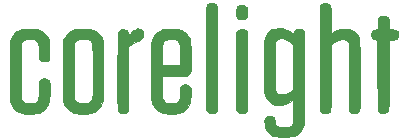
<source format=gbr>
%TF.GenerationSoftware,KiCad,Pcbnew,(6.0.7)*%
%TF.CreationDate,2022-09-05T18:42:41-05:00*%
%TF.ProjectId,Corelight SAO,436f7265-6c69-4676-9874-2053414f2e6b,rev?*%
%TF.SameCoordinates,Original*%
%TF.FileFunction,Legend,Top*%
%TF.FilePolarity,Positive*%
%FSLAX46Y46*%
G04 Gerber Fmt 4.6, Leading zero omitted, Abs format (unit mm)*
G04 Created by KiCad (PCBNEW (6.0.7)) date 2022-09-05 18:42:41*
%MOMM*%
%LPD*%
G01*
G04 APERTURE LIST*
%ADD10C,0.010000*%
G04 APERTURE END LIST*
%TO.C,G\u002A\u002A\u002A*%
G36*
X147099262Y-99348615D02*
G01*
X147214107Y-99385763D01*
X147307519Y-99455175D01*
X147376754Y-99554199D01*
X147419065Y-99680180D01*
X147431705Y-99830466D01*
X147418999Y-99964070D01*
X147387727Y-100082656D01*
X147333918Y-100181550D01*
X147252988Y-100265114D01*
X147140354Y-100337710D01*
X146991434Y-100403700D01*
X146935808Y-100423980D01*
X146704526Y-100518442D01*
X146490003Y-100632502D01*
X146304686Y-100759526D01*
X146301763Y-100761836D01*
X146169471Y-100866666D01*
X146169471Y-103508129D01*
X146169493Y-103909283D01*
X146169492Y-104270301D01*
X146169369Y-104593381D01*
X146169026Y-104880720D01*
X146168362Y-105134514D01*
X146167280Y-105356963D01*
X146165679Y-105550262D01*
X146163461Y-105716610D01*
X146160526Y-105858203D01*
X146156776Y-105977240D01*
X146152111Y-106075917D01*
X146146432Y-106156432D01*
X146139641Y-106220982D01*
X146131638Y-106271764D01*
X146122323Y-106310977D01*
X146111598Y-106340816D01*
X146099364Y-106363481D01*
X146085521Y-106381167D01*
X146069971Y-106396073D01*
X146052615Y-106410396D01*
X146038024Y-106422352D01*
X145983644Y-106463136D01*
X145934252Y-106492395D01*
X145925870Y-106496012D01*
X145867247Y-106510346D01*
X145784887Y-106521426D01*
X145697356Y-106527640D01*
X145623218Y-106527375D01*
X145597971Y-106524497D01*
X145466313Y-106485954D01*
X145368255Y-106423504D01*
X145300671Y-106334294D01*
X145260702Y-106216757D01*
X145257243Y-106184609D01*
X145254148Y-106122644D01*
X145251411Y-106029868D01*
X145249027Y-105905287D01*
X145246991Y-105747908D01*
X145245297Y-105556738D01*
X145243941Y-105330783D01*
X145242916Y-105069049D01*
X145242218Y-104770542D01*
X145241842Y-104434270D01*
X145241781Y-104059239D01*
X145242031Y-103644454D01*
X145242587Y-103188923D01*
X145243061Y-102897609D01*
X145243847Y-102465521D01*
X145244623Y-102073755D01*
X145245415Y-101720297D01*
X145246248Y-101403134D01*
X145247148Y-101120253D01*
X145248142Y-100869643D01*
X145249255Y-100649290D01*
X145250512Y-100457181D01*
X145251941Y-100291305D01*
X145253565Y-100149648D01*
X145255411Y-100030197D01*
X145257506Y-99930941D01*
X145259874Y-99849865D01*
X145262542Y-99784959D01*
X145265535Y-99734208D01*
X145268879Y-99695601D01*
X145272600Y-99667124D01*
X145276723Y-99646765D01*
X145281276Y-99632512D01*
X145285003Y-99624588D01*
X145361044Y-99527630D01*
X145464557Y-99459239D01*
X145590600Y-99420752D01*
X145734231Y-99413507D01*
X145890508Y-99438840D01*
X145929950Y-99450102D01*
X146014238Y-99496342D01*
X146088531Y-99574584D01*
X146144726Y-99674536D01*
X146169458Y-99754297D01*
X146194476Y-99874807D01*
X146350815Y-99715397D01*
X146477974Y-99592953D01*
X146591061Y-99500901D01*
X146698075Y-99433506D01*
X146807012Y-99385036D01*
X146816264Y-99381729D01*
X146965733Y-99346386D01*
X147099262Y-99348615D01*
G37*
D10*
X147099262Y-99348615D02*
X147214107Y-99385763D01*
X147307519Y-99455175D01*
X147376754Y-99554199D01*
X147419065Y-99680180D01*
X147431705Y-99830466D01*
X147418999Y-99964070D01*
X147387727Y-100082656D01*
X147333918Y-100181550D01*
X147252988Y-100265114D01*
X147140354Y-100337710D01*
X146991434Y-100403700D01*
X146935808Y-100423980D01*
X146704526Y-100518442D01*
X146490003Y-100632502D01*
X146304686Y-100759526D01*
X146301763Y-100761836D01*
X146169471Y-100866666D01*
X146169471Y-103508129D01*
X146169493Y-103909283D01*
X146169492Y-104270301D01*
X146169369Y-104593381D01*
X146169026Y-104880720D01*
X146168362Y-105134514D01*
X146167280Y-105356963D01*
X146165679Y-105550262D01*
X146163461Y-105716610D01*
X146160526Y-105858203D01*
X146156776Y-105977240D01*
X146152111Y-106075917D01*
X146146432Y-106156432D01*
X146139641Y-106220982D01*
X146131638Y-106271764D01*
X146122323Y-106310977D01*
X146111598Y-106340816D01*
X146099364Y-106363481D01*
X146085521Y-106381167D01*
X146069971Y-106396073D01*
X146052615Y-106410396D01*
X146038024Y-106422352D01*
X145983644Y-106463136D01*
X145934252Y-106492395D01*
X145925870Y-106496012D01*
X145867247Y-106510346D01*
X145784887Y-106521426D01*
X145697356Y-106527640D01*
X145623218Y-106527375D01*
X145597971Y-106524497D01*
X145466313Y-106485954D01*
X145368255Y-106423504D01*
X145300671Y-106334294D01*
X145260702Y-106216757D01*
X145257243Y-106184609D01*
X145254148Y-106122644D01*
X145251411Y-106029868D01*
X145249027Y-105905287D01*
X145246991Y-105747908D01*
X145245297Y-105556738D01*
X145243941Y-105330783D01*
X145242916Y-105069049D01*
X145242218Y-104770542D01*
X145241842Y-104434270D01*
X145241781Y-104059239D01*
X145242031Y-103644454D01*
X145242587Y-103188923D01*
X145243061Y-102897609D01*
X145243847Y-102465521D01*
X145244623Y-102073755D01*
X145245415Y-101720297D01*
X145246248Y-101403134D01*
X145247148Y-101120253D01*
X145248142Y-100869643D01*
X145249255Y-100649290D01*
X145250512Y-100457181D01*
X145251941Y-100291305D01*
X145253565Y-100149648D01*
X145255411Y-100030197D01*
X145257506Y-99930941D01*
X145259874Y-99849865D01*
X145262542Y-99784959D01*
X145265535Y-99734208D01*
X145268879Y-99695601D01*
X145272600Y-99667124D01*
X145276723Y-99646765D01*
X145281276Y-99632512D01*
X145285003Y-99624588D01*
X145361044Y-99527630D01*
X145464557Y-99459239D01*
X145590600Y-99420752D01*
X145734231Y-99413507D01*
X145890508Y-99438840D01*
X145929950Y-99450102D01*
X146014238Y-99496342D01*
X146088531Y-99574584D01*
X146144726Y-99674536D01*
X146169458Y-99754297D01*
X146194476Y-99874807D01*
X146350815Y-99715397D01*
X146477974Y-99592953D01*
X146591061Y-99500901D01*
X146698075Y-99433506D01*
X146807012Y-99385036D01*
X146816264Y-99381729D01*
X146965733Y-99346386D01*
X147099262Y-99348615D01*
G36*
X167876131Y-98260310D02*
G01*
X167981764Y-98287823D01*
X168062470Y-98338015D01*
X168125519Y-98414565D01*
X168151123Y-98460700D01*
X168169061Y-98498367D01*
X168182403Y-98533809D01*
X168191827Y-98573890D01*
X168198013Y-98625472D01*
X168201640Y-98695418D01*
X168203387Y-98790588D01*
X168203935Y-98917847D01*
X168203971Y-98994485D01*
X168203971Y-99422216D01*
X168495013Y-99429537D01*
X168617943Y-99433523D01*
X168706877Y-99439060D01*
X168770153Y-99447291D01*
X168816105Y-99459354D01*
X168853071Y-99476391D01*
X168857925Y-99479192D01*
X168930177Y-99529659D01*
X168978338Y-99586548D01*
X169007286Y-99659917D01*
X169021897Y-99759823D01*
X169025414Y-99824667D01*
X169027126Y-99920917D01*
X169022683Y-99988911D01*
X169009974Y-100042529D01*
X168986890Y-100095653D01*
X168983080Y-100103124D01*
X168944956Y-100167354D01*
X168901741Y-100214706D01*
X168846374Y-100247897D01*
X168771794Y-100269643D01*
X168670940Y-100282660D01*
X168536751Y-100289663D01*
X168495013Y-100290847D01*
X168203971Y-100298168D01*
X168203971Y-103223951D01*
X168204007Y-103644441D01*
X168204054Y-104024695D01*
X168204021Y-104366808D01*
X168203816Y-104672876D01*
X168203348Y-104944996D01*
X168202526Y-105185263D01*
X168201258Y-105395775D01*
X168199454Y-105578628D01*
X168197021Y-105735917D01*
X168193869Y-105869739D01*
X168189905Y-105982189D01*
X168185040Y-106075366D01*
X168179181Y-106151363D01*
X168172238Y-106212279D01*
X168164118Y-106260208D01*
X168154730Y-106297248D01*
X168143984Y-106325494D01*
X168131788Y-106347043D01*
X168118050Y-106363991D01*
X168102680Y-106378434D01*
X168085585Y-106392468D01*
X168066675Y-106408190D01*
X168065193Y-106409485D01*
X168000126Y-106455274D01*
X167928896Y-106489707D01*
X167913508Y-106494669D01*
X167809277Y-106512044D01*
X167690875Y-106514293D01*
X167578768Y-106501854D01*
X167519339Y-106486234D01*
X167406670Y-106424211D01*
X167318110Y-106329166D01*
X167297085Y-106294859D01*
X167292175Y-106283453D01*
X167287730Y-106266521D01*
X167283721Y-106241981D01*
X167280121Y-106207749D01*
X167276901Y-106161740D01*
X167274033Y-106101871D01*
X167271491Y-106026059D01*
X167269245Y-105932220D01*
X167267267Y-105818271D01*
X167265531Y-105682127D01*
X167264007Y-105521705D01*
X167262668Y-105334922D01*
X167261486Y-105119694D01*
X167260434Y-104873937D01*
X167259482Y-104595567D01*
X167258603Y-104282502D01*
X167257769Y-103932657D01*
X167256952Y-103543949D01*
X167256404Y-103262734D01*
X167250754Y-100294109D01*
X167161154Y-100293990D01*
X167018982Y-100276577D01*
X166902362Y-100226504D01*
X166813484Y-100146416D01*
X166754537Y-100038956D01*
X166727709Y-99906769D01*
X166731951Y-99775695D01*
X166763622Y-99648477D01*
X166823903Y-99551381D01*
X166914181Y-99483193D01*
X167035842Y-99442698D01*
X167125040Y-99431148D01*
X167270349Y-99420751D01*
X167276785Y-98973721D01*
X167280036Y-98803147D01*
X167285345Y-98669209D01*
X167294287Y-98566217D01*
X167308435Y-98488475D01*
X167329364Y-98430291D01*
X167358649Y-98385973D01*
X167397864Y-98349826D01*
X167448582Y-98316158D01*
X167460600Y-98309012D01*
X167515530Y-98279844D01*
X167567076Y-98262552D01*
X167629529Y-98254190D01*
X167717181Y-98251815D01*
X167738305Y-98251798D01*
X167876131Y-98260310D01*
G37*
X167876131Y-98260310D02*
X167981764Y-98287823D01*
X168062470Y-98338015D01*
X168125519Y-98414565D01*
X168151123Y-98460700D01*
X168169061Y-98498367D01*
X168182403Y-98533809D01*
X168191827Y-98573890D01*
X168198013Y-98625472D01*
X168201640Y-98695418D01*
X168203387Y-98790588D01*
X168203935Y-98917847D01*
X168203971Y-98994485D01*
X168203971Y-99422216D01*
X168495013Y-99429537D01*
X168617943Y-99433523D01*
X168706877Y-99439060D01*
X168770153Y-99447291D01*
X168816105Y-99459354D01*
X168853071Y-99476391D01*
X168857925Y-99479192D01*
X168930177Y-99529659D01*
X168978338Y-99586548D01*
X169007286Y-99659917D01*
X169021897Y-99759823D01*
X169025414Y-99824667D01*
X169027126Y-99920917D01*
X169022683Y-99988911D01*
X169009974Y-100042529D01*
X168986890Y-100095653D01*
X168983080Y-100103124D01*
X168944956Y-100167354D01*
X168901741Y-100214706D01*
X168846374Y-100247897D01*
X168771794Y-100269643D01*
X168670940Y-100282660D01*
X168536751Y-100289663D01*
X168495013Y-100290847D01*
X168203971Y-100298168D01*
X168203971Y-103223951D01*
X168204007Y-103644441D01*
X168204054Y-104024695D01*
X168204021Y-104366808D01*
X168203816Y-104672876D01*
X168203348Y-104944996D01*
X168202526Y-105185263D01*
X168201258Y-105395775D01*
X168199454Y-105578628D01*
X168197021Y-105735917D01*
X168193869Y-105869739D01*
X168189905Y-105982189D01*
X168185040Y-106075366D01*
X168179181Y-106151363D01*
X168172238Y-106212279D01*
X168164118Y-106260208D01*
X168154730Y-106297248D01*
X168143984Y-106325494D01*
X168131788Y-106347043D01*
X168118050Y-106363991D01*
X168102680Y-106378434D01*
X168085585Y-106392468D01*
X168066675Y-106408190D01*
X168065193Y-106409485D01*
X168000126Y-106455274D01*
X167928896Y-106489707D01*
X167913508Y-106494669D01*
X167809277Y-106512044D01*
X167690875Y-106514293D01*
X167578768Y-106501854D01*
X167519339Y-106486234D01*
X167406670Y-106424211D01*
X167318110Y-106329166D01*
X167297085Y-106294859D01*
X167292175Y-106283453D01*
X167287730Y-106266521D01*
X167283721Y-106241981D01*
X167280121Y-106207749D01*
X167276901Y-106161740D01*
X167274033Y-106101871D01*
X167271491Y-106026059D01*
X167269245Y-105932220D01*
X167267267Y-105818271D01*
X167265531Y-105682127D01*
X167264007Y-105521705D01*
X167262668Y-105334922D01*
X167261486Y-105119694D01*
X167260434Y-104873937D01*
X167259482Y-104595567D01*
X167258603Y-104282502D01*
X167257769Y-103932657D01*
X167256952Y-103543949D01*
X167256404Y-103262734D01*
X167250754Y-100294109D01*
X167161154Y-100293990D01*
X167018982Y-100276577D01*
X166902362Y-100226504D01*
X166813484Y-100146416D01*
X166754537Y-100038956D01*
X166727709Y-99906769D01*
X166731951Y-99775695D01*
X166763622Y-99648477D01*
X166823903Y-99551381D01*
X166914181Y-99483193D01*
X167035842Y-99442698D01*
X167125040Y-99431148D01*
X167270349Y-99420751D01*
X167276785Y-98973721D01*
X167280036Y-98803147D01*
X167285345Y-98669209D01*
X167294287Y-98566217D01*
X167308435Y-98488475D01*
X167329364Y-98430291D01*
X167358649Y-98385973D01*
X167397864Y-98349826D01*
X167448582Y-98316158D01*
X167460600Y-98309012D01*
X167515530Y-98279844D01*
X167567076Y-98262552D01*
X167629529Y-98254190D01*
X167717181Y-98251815D01*
X167738305Y-98251798D01*
X167876131Y-98260310D01*
G36*
X155875098Y-99410868D02*
G01*
X155973249Y-99429492D01*
X156049471Y-99463996D01*
X156112153Y-99516027D01*
X156128520Y-99532124D01*
X156143356Y-99546207D01*
X156156741Y-99560319D01*
X156168754Y-99576506D01*
X156179471Y-99596813D01*
X156188972Y-99623284D01*
X156197335Y-99657964D01*
X156204638Y-99702898D01*
X156210960Y-99760132D01*
X156216379Y-99831709D01*
X156220972Y-99919676D01*
X156224819Y-100026076D01*
X156227998Y-100152955D01*
X156230587Y-100302357D01*
X156232664Y-100476329D01*
X156234307Y-100676913D01*
X156235596Y-100906156D01*
X156236607Y-101166102D01*
X156237420Y-101458796D01*
X156238113Y-101786283D01*
X156238765Y-102150608D01*
X156239452Y-102553816D01*
X156239986Y-102854509D01*
X156240626Y-103278565D01*
X156240952Y-103680041D01*
X156240974Y-104057306D01*
X156240698Y-104408729D01*
X156240131Y-104732678D01*
X156239280Y-105027522D01*
X156238152Y-105291630D01*
X156236755Y-105523371D01*
X156235095Y-105721112D01*
X156233180Y-105883223D01*
X156231017Y-106008072D01*
X156228612Y-106094028D01*
X156225973Y-106139459D01*
X156225673Y-106141880D01*
X156192019Y-106278370D01*
X156132584Y-106382628D01*
X156045882Y-106457093D01*
X156026752Y-106467788D01*
X155953112Y-106492164D01*
X155853786Y-106506917D01*
X155744456Y-106511421D01*
X155640801Y-106505048D01*
X155558504Y-106487171D01*
X155556888Y-106486583D01*
X155450847Y-106425895D01*
X155370141Y-106334304D01*
X155320127Y-106218231D01*
X155315126Y-106196836D01*
X155311646Y-106165380D01*
X155308531Y-106105631D01*
X155305774Y-106016492D01*
X155303370Y-105896866D01*
X155301312Y-105745653D01*
X155299596Y-105561758D01*
X155298214Y-105344081D01*
X155297161Y-105091527D01*
X155296431Y-104802996D01*
X155296018Y-104477392D01*
X155295916Y-104113617D01*
X155296119Y-103710573D01*
X155296622Y-103267162D01*
X155297228Y-102887025D01*
X155302888Y-99690859D01*
X155355805Y-99597095D01*
X155427020Y-99504968D01*
X155521139Y-99443785D01*
X155642153Y-99411580D01*
X155745425Y-99405227D01*
X155875098Y-99410868D01*
G37*
X155875098Y-99410868D02*
X155973249Y-99429492D01*
X156049471Y-99463996D01*
X156112153Y-99516027D01*
X156128520Y-99532124D01*
X156143356Y-99546207D01*
X156156741Y-99560319D01*
X156168754Y-99576506D01*
X156179471Y-99596813D01*
X156188972Y-99623284D01*
X156197335Y-99657964D01*
X156204638Y-99702898D01*
X156210960Y-99760132D01*
X156216379Y-99831709D01*
X156220972Y-99919676D01*
X156224819Y-100026076D01*
X156227998Y-100152955D01*
X156230587Y-100302357D01*
X156232664Y-100476329D01*
X156234307Y-100676913D01*
X156235596Y-100906156D01*
X156236607Y-101166102D01*
X156237420Y-101458796D01*
X156238113Y-101786283D01*
X156238765Y-102150608D01*
X156239452Y-102553816D01*
X156239986Y-102854509D01*
X156240626Y-103278565D01*
X156240952Y-103680041D01*
X156240974Y-104057306D01*
X156240698Y-104408729D01*
X156240131Y-104732678D01*
X156239280Y-105027522D01*
X156238152Y-105291630D01*
X156236755Y-105523371D01*
X156235095Y-105721112D01*
X156233180Y-105883223D01*
X156231017Y-106008072D01*
X156228612Y-106094028D01*
X156225973Y-106139459D01*
X156225673Y-106141880D01*
X156192019Y-106278370D01*
X156132584Y-106382628D01*
X156045882Y-106457093D01*
X156026752Y-106467788D01*
X155953112Y-106492164D01*
X155853786Y-106506917D01*
X155744456Y-106511421D01*
X155640801Y-106505048D01*
X155558504Y-106487171D01*
X155556888Y-106486583D01*
X155450847Y-106425895D01*
X155370141Y-106334304D01*
X155320127Y-106218231D01*
X155315126Y-106196836D01*
X155311646Y-106165380D01*
X155308531Y-106105631D01*
X155305774Y-106016492D01*
X155303370Y-105896866D01*
X155301312Y-105745653D01*
X155299596Y-105561758D01*
X155298214Y-105344081D01*
X155297161Y-105091527D01*
X155296431Y-104802996D01*
X155296018Y-104477392D01*
X155295916Y-104113617D01*
X155296119Y-103710573D01*
X155296622Y-103267162D01*
X155297228Y-102887025D01*
X155302888Y-99690859D01*
X155355805Y-99597095D01*
X155427020Y-99504968D01*
X155521139Y-99443785D01*
X155642153Y-99411580D01*
X155745425Y-99405227D01*
X155875098Y-99410868D01*
G36*
X157673583Y-102201862D02*
G01*
X157673697Y-101884575D01*
X157673939Y-101604542D01*
X157674352Y-101359222D01*
X157674977Y-101146076D01*
X157675858Y-100962563D01*
X157677036Y-100806144D01*
X157678555Y-100674279D01*
X157680456Y-100564428D01*
X157682783Y-100474050D01*
X157685577Y-100400607D01*
X157688881Y-100341558D01*
X157692738Y-100294363D01*
X157697190Y-100256482D01*
X157702279Y-100225375D01*
X157708048Y-100198502D01*
X157713356Y-100177692D01*
X157788303Y-99963062D01*
X157889633Y-99780545D01*
X158018145Y-99629553D01*
X158174639Y-99509498D01*
X158359912Y-99419791D01*
X158574766Y-99359843D01*
X158819997Y-99329067D01*
X158869471Y-99326495D01*
X158994548Y-99322744D01*
X159091819Y-99324119D01*
X159175615Y-99331707D01*
X159260270Y-99346597D01*
X159323698Y-99360983D01*
X159560466Y-99435763D01*
X159787653Y-99545584D01*
X159977336Y-99667936D01*
X160139471Y-99784263D01*
X160139471Y-99726171D01*
X160157918Y-99633685D01*
X160207276Y-99541119D01*
X160278575Y-99462582D01*
X160329479Y-99427334D01*
X160388762Y-99399369D01*
X160449006Y-99383442D01*
X160525596Y-99376544D01*
X160594555Y-99375475D01*
X160739984Y-99386988D01*
X160853453Y-99422770D01*
X160938920Y-99484681D01*
X160994949Y-99563859D01*
X161039055Y-99648525D01*
X161044888Y-103299775D01*
X161045621Y-103786851D01*
X161046174Y-104233491D01*
X161046518Y-104641593D01*
X161046622Y-105013054D01*
X161046455Y-105349772D01*
X161045987Y-105653645D01*
X161045186Y-105926568D01*
X161044023Y-106170441D01*
X161042466Y-106387161D01*
X161040484Y-106578625D01*
X161038048Y-106746730D01*
X161035126Y-106893374D01*
X161031688Y-107020455D01*
X161027703Y-107129869D01*
X161023140Y-107223515D01*
X161017969Y-107303290D01*
X161012158Y-107371091D01*
X161005679Y-107428815D01*
X160998498Y-107478361D01*
X160990587Y-107521626D01*
X160981914Y-107560506D01*
X160975596Y-107585294D01*
X160904915Y-107780148D01*
X160802699Y-107961520D01*
X160674567Y-108122074D01*
X160526140Y-108254478D01*
X160403904Y-108331407D01*
X160315379Y-108375829D01*
X160233593Y-108411394D01*
X160152203Y-108439138D01*
X160064863Y-108460092D01*
X159965229Y-108475290D01*
X159846958Y-108485768D01*
X159703704Y-108492557D01*
X159529124Y-108496691D01*
X159377471Y-108498635D01*
X159175406Y-108499916D01*
X159011209Y-108499167D01*
X158880459Y-108496249D01*
X158778733Y-108491024D01*
X158701608Y-108483353D01*
X158657805Y-108476025D01*
X158447903Y-108419714D01*
X158270045Y-108342974D01*
X158117480Y-108242332D01*
X158008658Y-108141802D01*
X157893989Y-107998135D01*
X157806384Y-107836079D01*
X157743747Y-107650169D01*
X157703978Y-107434941D01*
X157692256Y-107317808D01*
X157685354Y-107173095D01*
X157690892Y-107061065D01*
X157710464Y-106973482D01*
X157745665Y-106902109D01*
X157781641Y-106856068D01*
X157869527Y-106787819D01*
X157979645Y-106745376D01*
X158101958Y-106728384D01*
X158226429Y-106736489D01*
X158343019Y-106769334D01*
X158441691Y-106826567D01*
X158494975Y-106881285D01*
X158518153Y-106923893D01*
X158534861Y-106985140D01*
X158547151Y-107074228D01*
X158553003Y-107141483D01*
X158569688Y-107286765D01*
X158597440Y-107397924D01*
X158640214Y-107482567D01*
X158701967Y-107548304D01*
X158786655Y-107602743D01*
X158795118Y-107607134D01*
X158919395Y-107670692D01*
X159344225Y-107670692D01*
X159489858Y-107670437D01*
X159600012Y-107669243D01*
X159681541Y-107666463D01*
X159741298Y-107661454D01*
X159786136Y-107653569D01*
X159822909Y-107642165D01*
X159858470Y-107626594D01*
X159869448Y-107621250D01*
X159937669Y-107579635D01*
X159995969Y-107530601D01*
X160014856Y-107508592D01*
X160038284Y-107473924D01*
X160057888Y-107438774D01*
X160074007Y-107399186D01*
X160086981Y-107351206D01*
X160097150Y-107290879D01*
X160104852Y-107214251D01*
X160110428Y-107117367D01*
X160114217Y-106996271D01*
X160116558Y-106847010D01*
X160117790Y-106665628D01*
X160118254Y-106448171D01*
X160118305Y-106303381D01*
X160118305Y-105355548D01*
X159917765Y-105489627D01*
X159677167Y-105632049D01*
X159440714Y-105733734D01*
X159204675Y-105795537D01*
X158965322Y-105818317D01*
X158718926Y-105802929D01*
X158622625Y-105787243D01*
X158403944Y-105726347D01*
X158210488Y-105631733D01*
X158043492Y-105504564D01*
X157904194Y-105346003D01*
X157793830Y-105157215D01*
X157713637Y-104939362D01*
X157710951Y-104929609D01*
X157704958Y-104905328D01*
X157699638Y-104877479D01*
X157694951Y-104843541D01*
X157690857Y-104800997D01*
X157687317Y-104747325D01*
X157684291Y-104680006D01*
X157681740Y-104596522D01*
X157680967Y-104559192D01*
X158583721Y-104559192D01*
X158647221Y-104686192D01*
X158688555Y-104761033D01*
X158729519Y-104810528D01*
X158784069Y-104849164D01*
X158825642Y-104871400D01*
X158960768Y-104917720D01*
X159117553Y-104933273D01*
X159288592Y-104918076D01*
X159466483Y-104872145D01*
X159472721Y-104869989D01*
X159649730Y-104794873D01*
X159826918Y-104691560D01*
X160012945Y-104554984D01*
X160017684Y-104551180D01*
X160139313Y-104453359D01*
X160139471Y-100718531D01*
X159969975Y-100574194D01*
X159769357Y-100418171D01*
X159579103Y-100301202D01*
X159396680Y-100222022D01*
X159219555Y-100179363D01*
X159168772Y-100173639D01*
X159007946Y-100176111D01*
X158868545Y-100210923D01*
X158753727Y-100276292D01*
X158666647Y-100370433D01*
X158611318Y-100488701D01*
X158606459Y-100512811D01*
X158602166Y-100552617D01*
X158598410Y-100610391D01*
X158595160Y-100688407D01*
X158592387Y-100788938D01*
X158590060Y-100914258D01*
X158588148Y-101066641D01*
X158586623Y-101248360D01*
X158585454Y-101461688D01*
X158584610Y-101708900D01*
X158584061Y-101992268D01*
X158583778Y-102314067D01*
X158583721Y-102569525D01*
X158583721Y-104559192D01*
X157680967Y-104559192D01*
X157679623Y-104494352D01*
X157677900Y-104370977D01*
X157676533Y-104223877D01*
X157675481Y-104050534D01*
X157674705Y-103848427D01*
X157674164Y-103615036D01*
X157673819Y-103347843D01*
X157673631Y-103044329D01*
X157673559Y-102701972D01*
X157673556Y-102569525D01*
X157673555Y-102558942D01*
X157673583Y-102201862D01*
G37*
X157673583Y-102201862D02*
X157673697Y-101884575D01*
X157673939Y-101604542D01*
X157674352Y-101359222D01*
X157674977Y-101146076D01*
X157675858Y-100962563D01*
X157677036Y-100806144D01*
X157678555Y-100674279D01*
X157680456Y-100564428D01*
X157682783Y-100474050D01*
X157685577Y-100400607D01*
X157688881Y-100341558D01*
X157692738Y-100294363D01*
X157697190Y-100256482D01*
X157702279Y-100225375D01*
X157708048Y-100198502D01*
X157713356Y-100177692D01*
X157788303Y-99963062D01*
X157889633Y-99780545D01*
X158018145Y-99629553D01*
X158174639Y-99509498D01*
X158359912Y-99419791D01*
X158574766Y-99359843D01*
X158819997Y-99329067D01*
X158869471Y-99326495D01*
X158994548Y-99322744D01*
X159091819Y-99324119D01*
X159175615Y-99331707D01*
X159260270Y-99346597D01*
X159323698Y-99360983D01*
X159560466Y-99435763D01*
X159787653Y-99545584D01*
X159977336Y-99667936D01*
X160139471Y-99784263D01*
X160139471Y-99726171D01*
X160157918Y-99633685D01*
X160207276Y-99541119D01*
X160278575Y-99462582D01*
X160329479Y-99427334D01*
X160388762Y-99399369D01*
X160449006Y-99383442D01*
X160525596Y-99376544D01*
X160594555Y-99375475D01*
X160739984Y-99386988D01*
X160853453Y-99422770D01*
X160938920Y-99484681D01*
X160994949Y-99563859D01*
X161039055Y-99648525D01*
X161044888Y-103299775D01*
X161045621Y-103786851D01*
X161046174Y-104233491D01*
X161046518Y-104641593D01*
X161046622Y-105013054D01*
X161046455Y-105349772D01*
X161045987Y-105653645D01*
X161045186Y-105926568D01*
X161044023Y-106170441D01*
X161042466Y-106387161D01*
X161040484Y-106578625D01*
X161038048Y-106746730D01*
X161035126Y-106893374D01*
X161031688Y-107020455D01*
X161027703Y-107129869D01*
X161023140Y-107223515D01*
X161017969Y-107303290D01*
X161012158Y-107371091D01*
X161005679Y-107428815D01*
X160998498Y-107478361D01*
X160990587Y-107521626D01*
X160981914Y-107560506D01*
X160975596Y-107585294D01*
X160904915Y-107780148D01*
X160802699Y-107961520D01*
X160674567Y-108122074D01*
X160526140Y-108254478D01*
X160403904Y-108331407D01*
X160315379Y-108375829D01*
X160233593Y-108411394D01*
X160152203Y-108439138D01*
X160064863Y-108460092D01*
X159965229Y-108475290D01*
X159846958Y-108485768D01*
X159703704Y-108492557D01*
X159529124Y-108496691D01*
X159377471Y-108498635D01*
X159175406Y-108499916D01*
X159011209Y-108499167D01*
X158880459Y-108496249D01*
X158778733Y-108491024D01*
X158701608Y-108483353D01*
X158657805Y-108476025D01*
X158447903Y-108419714D01*
X158270045Y-108342974D01*
X158117480Y-108242332D01*
X158008658Y-108141802D01*
X157893989Y-107998135D01*
X157806384Y-107836079D01*
X157743747Y-107650169D01*
X157703978Y-107434941D01*
X157692256Y-107317808D01*
X157685354Y-107173095D01*
X157690892Y-107061065D01*
X157710464Y-106973482D01*
X157745665Y-106902109D01*
X157781641Y-106856068D01*
X157869527Y-106787819D01*
X157979645Y-106745376D01*
X158101958Y-106728384D01*
X158226429Y-106736489D01*
X158343019Y-106769334D01*
X158441691Y-106826567D01*
X158494975Y-106881285D01*
X158518153Y-106923893D01*
X158534861Y-106985140D01*
X158547151Y-107074228D01*
X158553003Y-107141483D01*
X158569688Y-107286765D01*
X158597440Y-107397924D01*
X158640214Y-107482567D01*
X158701967Y-107548304D01*
X158786655Y-107602743D01*
X158795118Y-107607134D01*
X158919395Y-107670692D01*
X159344225Y-107670692D01*
X159489858Y-107670437D01*
X159600012Y-107669243D01*
X159681541Y-107666463D01*
X159741298Y-107661454D01*
X159786136Y-107653569D01*
X159822909Y-107642165D01*
X159858470Y-107626594D01*
X159869448Y-107621250D01*
X159937669Y-107579635D01*
X159995969Y-107530601D01*
X160014856Y-107508592D01*
X160038284Y-107473924D01*
X160057888Y-107438774D01*
X160074007Y-107399186D01*
X160086981Y-107351206D01*
X160097150Y-107290879D01*
X160104852Y-107214251D01*
X160110428Y-107117367D01*
X160114217Y-106996271D01*
X160116558Y-106847010D01*
X160117790Y-106665628D01*
X160118254Y-106448171D01*
X160118305Y-106303381D01*
X160118305Y-105355548D01*
X159917765Y-105489627D01*
X159677167Y-105632049D01*
X159440714Y-105733734D01*
X159204675Y-105795537D01*
X158965322Y-105818317D01*
X158718926Y-105802929D01*
X158622625Y-105787243D01*
X158403944Y-105726347D01*
X158210488Y-105631733D01*
X158043492Y-105504564D01*
X157904194Y-105346003D01*
X157793830Y-105157215D01*
X157713637Y-104939362D01*
X157710951Y-104929609D01*
X157704958Y-104905328D01*
X157699638Y-104877479D01*
X157694951Y-104843541D01*
X157690857Y-104800997D01*
X157687317Y-104747325D01*
X157684291Y-104680006D01*
X157681740Y-104596522D01*
X157680967Y-104559192D01*
X158583721Y-104559192D01*
X158647221Y-104686192D01*
X158688555Y-104761033D01*
X158729519Y-104810528D01*
X158784069Y-104849164D01*
X158825642Y-104871400D01*
X158960768Y-104917720D01*
X159117553Y-104933273D01*
X159288592Y-104918076D01*
X159466483Y-104872145D01*
X159472721Y-104869989D01*
X159649730Y-104794873D01*
X159826918Y-104691560D01*
X160012945Y-104554984D01*
X160017684Y-104551180D01*
X160139313Y-104453359D01*
X160139471Y-100718531D01*
X159969975Y-100574194D01*
X159769357Y-100418171D01*
X159579103Y-100301202D01*
X159396680Y-100222022D01*
X159219555Y-100179363D01*
X159168772Y-100173639D01*
X159007946Y-100176111D01*
X158868545Y-100210923D01*
X158753727Y-100276292D01*
X158666647Y-100370433D01*
X158611318Y-100488701D01*
X158606459Y-100512811D01*
X158602166Y-100552617D01*
X158598410Y-100610391D01*
X158595160Y-100688407D01*
X158592387Y-100788938D01*
X158590060Y-100914258D01*
X158588148Y-101066641D01*
X158586623Y-101248360D01*
X158585454Y-101461688D01*
X158584610Y-101708900D01*
X158584061Y-101992268D01*
X158583778Y-102314067D01*
X158583721Y-102569525D01*
X158583721Y-104559192D01*
X157680967Y-104559192D01*
X157679623Y-104494352D01*
X157677900Y-104370977D01*
X157676533Y-104223877D01*
X157675481Y-104050534D01*
X157674705Y-103848427D01*
X157674164Y-103615036D01*
X157673819Y-103347843D01*
X157673631Y-103044329D01*
X157673559Y-102701972D01*
X157673556Y-102569525D01*
X157673555Y-102558942D01*
X157673583Y-102201862D01*
G36*
X148134415Y-100399942D02*
G01*
X148215157Y-100162030D01*
X148323442Y-99956100D01*
X148460255Y-99781167D01*
X148626581Y-99636247D01*
X148823406Y-99520355D01*
X149051713Y-99432507D01*
X149122221Y-99412589D01*
X149212021Y-99396157D01*
X149334996Y-99383707D01*
X149482175Y-99375244D01*
X149644586Y-99370771D01*
X149813259Y-99370292D01*
X149979223Y-99373812D01*
X150133507Y-99381335D01*
X150267138Y-99392864D01*
X150371147Y-99408403D01*
X150387710Y-99412018D01*
X150618556Y-99486091D01*
X150824889Y-99593315D01*
X151004517Y-99731744D01*
X151155251Y-99899429D01*
X151274897Y-100094424D01*
X151344599Y-100262359D01*
X151364589Y-100324822D01*
X151381608Y-100387781D01*
X151395891Y-100455105D01*
X151407671Y-100530665D01*
X151417183Y-100618332D01*
X151424660Y-100721974D01*
X151430336Y-100845464D01*
X151434445Y-100992670D01*
X151437220Y-101167462D01*
X151438897Y-101373712D01*
X151439708Y-101615290D01*
X151439891Y-101839415D01*
X151439514Y-102079843D01*
X151438384Y-102300376D01*
X151436558Y-102497767D01*
X151434092Y-102668768D01*
X151431042Y-102810130D01*
X151427465Y-102918605D01*
X151423417Y-102990945D01*
X151419382Y-103022596D01*
X151363475Y-103144556D01*
X151274286Y-103241055D01*
X151197690Y-103289553D01*
X151092993Y-103342109D01*
X149003037Y-103342109D01*
X149009713Y-104278734D01*
X149016388Y-105215359D01*
X149071450Y-105331775D01*
X149146298Y-105458215D01*
X149238350Y-105551659D01*
X149344471Y-105615343D01*
X149386143Y-105632706D01*
X149430145Y-105644926D01*
X149484774Y-105652878D01*
X149558329Y-105657433D01*
X149659108Y-105659464D01*
X149767805Y-105659859D01*
X149919757Y-105658334D01*
X150037159Y-105652560D01*
X150127722Y-105640738D01*
X150199156Y-105621065D01*
X150259174Y-105591743D01*
X150315487Y-105550972D01*
X150345462Y-105525012D01*
X150397323Y-105474973D01*
X150437744Y-105425398D01*
X150468333Y-105370065D01*
X150490699Y-105302751D01*
X150506449Y-105217232D01*
X150517193Y-105107287D01*
X150524539Y-104966692D01*
X150529456Y-104813192D01*
X150534990Y-104642514D01*
X150542249Y-104508403D01*
X150552768Y-104405091D01*
X150568081Y-104326812D01*
X150589720Y-104267799D01*
X150619221Y-104222286D01*
X150658117Y-104184505D01*
X150705828Y-104150085D01*
X150764263Y-104117594D01*
X150827699Y-104098373D01*
X150912101Y-104088191D01*
X150947237Y-104086095D01*
X151103802Y-104092407D01*
X151230653Y-104128763D01*
X151328049Y-104195310D01*
X151396247Y-104292194D01*
X151420591Y-104355724D01*
X151429745Y-104410929D01*
X151435432Y-104504527D01*
X151437678Y-104637610D01*
X151436512Y-104811270D01*
X151434727Y-104910395D01*
X151430670Y-105075936D01*
X151425858Y-105206466D01*
X151419666Y-105309309D01*
X151411469Y-105391786D01*
X151400640Y-105461221D01*
X151386556Y-105524936D01*
X151380128Y-105549511D01*
X151297428Y-105782880D01*
X151184114Y-105987397D01*
X151041223Y-106162078D01*
X150869790Y-106305942D01*
X150670850Y-106418005D01*
X150445440Y-106497285D01*
X150360176Y-106517169D01*
X150253895Y-106534215D01*
X150118556Y-106549031D01*
X149967340Y-106560828D01*
X149813427Y-106568815D01*
X149669999Y-106572203D01*
X149550236Y-106570203D01*
X149513805Y-106567877D01*
X149230935Y-106530095D01*
X148980992Y-106465992D01*
X148763209Y-106374877D01*
X148576822Y-106256059D01*
X148421065Y-106108848D01*
X148295172Y-105932553D01*
X148198377Y-105726484D01*
X148129915Y-105489951D01*
X148096368Y-105289442D01*
X148092045Y-105239556D01*
X148088295Y-105164084D01*
X148085107Y-105061445D01*
X148082470Y-104930057D01*
X148080373Y-104768335D01*
X148078804Y-104574699D01*
X148077753Y-104347565D01*
X148077209Y-104085351D01*
X148077161Y-103786474D01*
X148077597Y-103449352D01*
X148078507Y-103072403D01*
X148079250Y-102834109D01*
X148080524Y-102453109D01*
X149005805Y-102453109D01*
X150533462Y-102453109D01*
X150524684Y-101590567D01*
X150522109Y-101356267D01*
X150519165Y-101160187D01*
X150515251Y-100998212D01*
X150509764Y-100866229D01*
X150502100Y-100760124D01*
X150491658Y-100675785D01*
X150477833Y-100609097D01*
X150460023Y-100555947D01*
X150437626Y-100512221D01*
X150410038Y-100473805D01*
X150376656Y-100436587D01*
X150351867Y-100411391D01*
X150275303Y-100345592D01*
X150191772Y-100298203D01*
X150093088Y-100266810D01*
X149971062Y-100248994D01*
X149817508Y-100242340D01*
X149778388Y-100242134D01*
X149617922Y-100246684D01*
X149490286Y-100261869D01*
X149386803Y-100289987D01*
X149298798Y-100333335D01*
X149223452Y-100389150D01*
X149174765Y-100435720D01*
X149133733Y-100487725D01*
X149099733Y-100548998D01*
X149072140Y-100623368D01*
X149050328Y-100714669D01*
X149033675Y-100826729D01*
X149021555Y-100963382D01*
X149013343Y-101128457D01*
X149008416Y-101325787D01*
X149006149Y-101559203D01*
X149005805Y-101724390D01*
X149005805Y-102453109D01*
X148080524Y-102453109D01*
X148082961Y-101724390D01*
X148086789Y-100579859D01*
X148134415Y-100399942D01*
G37*
X148134415Y-100399942D02*
X148215157Y-100162030D01*
X148323442Y-99956100D01*
X148460255Y-99781167D01*
X148626581Y-99636247D01*
X148823406Y-99520355D01*
X149051713Y-99432507D01*
X149122221Y-99412589D01*
X149212021Y-99396157D01*
X149334996Y-99383707D01*
X149482175Y-99375244D01*
X149644586Y-99370771D01*
X149813259Y-99370292D01*
X149979223Y-99373812D01*
X150133507Y-99381335D01*
X150267138Y-99392864D01*
X150371147Y-99408403D01*
X150387710Y-99412018D01*
X150618556Y-99486091D01*
X150824889Y-99593315D01*
X151004517Y-99731744D01*
X151155251Y-99899429D01*
X151274897Y-100094424D01*
X151344599Y-100262359D01*
X151364589Y-100324822D01*
X151381608Y-100387781D01*
X151395891Y-100455105D01*
X151407671Y-100530665D01*
X151417183Y-100618332D01*
X151424660Y-100721974D01*
X151430336Y-100845464D01*
X151434445Y-100992670D01*
X151437220Y-101167462D01*
X151438897Y-101373712D01*
X151439708Y-101615290D01*
X151439891Y-101839415D01*
X151439514Y-102079843D01*
X151438384Y-102300376D01*
X151436558Y-102497767D01*
X151434092Y-102668768D01*
X151431042Y-102810130D01*
X151427465Y-102918605D01*
X151423417Y-102990945D01*
X151419382Y-103022596D01*
X151363475Y-103144556D01*
X151274286Y-103241055D01*
X151197690Y-103289553D01*
X151092993Y-103342109D01*
X149003037Y-103342109D01*
X149009713Y-104278734D01*
X149016388Y-105215359D01*
X149071450Y-105331775D01*
X149146298Y-105458215D01*
X149238350Y-105551659D01*
X149344471Y-105615343D01*
X149386143Y-105632706D01*
X149430145Y-105644926D01*
X149484774Y-105652878D01*
X149558329Y-105657433D01*
X149659108Y-105659464D01*
X149767805Y-105659859D01*
X149919757Y-105658334D01*
X150037159Y-105652560D01*
X150127722Y-105640738D01*
X150199156Y-105621065D01*
X150259174Y-105591743D01*
X150315487Y-105550972D01*
X150345462Y-105525012D01*
X150397323Y-105474973D01*
X150437744Y-105425398D01*
X150468333Y-105370065D01*
X150490699Y-105302751D01*
X150506449Y-105217232D01*
X150517193Y-105107287D01*
X150524539Y-104966692D01*
X150529456Y-104813192D01*
X150534990Y-104642514D01*
X150542249Y-104508403D01*
X150552768Y-104405091D01*
X150568081Y-104326812D01*
X150589720Y-104267799D01*
X150619221Y-104222286D01*
X150658117Y-104184505D01*
X150705828Y-104150085D01*
X150764263Y-104117594D01*
X150827699Y-104098373D01*
X150912101Y-104088191D01*
X150947237Y-104086095D01*
X151103802Y-104092407D01*
X151230653Y-104128763D01*
X151328049Y-104195310D01*
X151396247Y-104292194D01*
X151420591Y-104355724D01*
X151429745Y-104410929D01*
X151435432Y-104504527D01*
X151437678Y-104637610D01*
X151436512Y-104811270D01*
X151434727Y-104910395D01*
X151430670Y-105075936D01*
X151425858Y-105206466D01*
X151419666Y-105309309D01*
X151411469Y-105391786D01*
X151400640Y-105461221D01*
X151386556Y-105524936D01*
X151380128Y-105549511D01*
X151297428Y-105782880D01*
X151184114Y-105987397D01*
X151041223Y-106162078D01*
X150869790Y-106305942D01*
X150670850Y-106418005D01*
X150445440Y-106497285D01*
X150360176Y-106517169D01*
X150253895Y-106534215D01*
X150118556Y-106549031D01*
X149967340Y-106560828D01*
X149813427Y-106568815D01*
X149669999Y-106572203D01*
X149550236Y-106570203D01*
X149513805Y-106567877D01*
X149230935Y-106530095D01*
X148980992Y-106465992D01*
X148763209Y-106374877D01*
X148576822Y-106256059D01*
X148421065Y-106108848D01*
X148295172Y-105932553D01*
X148198377Y-105726484D01*
X148129915Y-105489951D01*
X148096368Y-105289442D01*
X148092045Y-105239556D01*
X148088295Y-105164084D01*
X148085107Y-105061445D01*
X148082470Y-104930057D01*
X148080373Y-104768335D01*
X148078804Y-104574699D01*
X148077753Y-104347565D01*
X148077209Y-104085351D01*
X148077161Y-103786474D01*
X148077597Y-103449352D01*
X148078507Y-103072403D01*
X148079250Y-102834109D01*
X148080524Y-102453109D01*
X149005805Y-102453109D01*
X150533462Y-102453109D01*
X150524684Y-101590567D01*
X150522109Y-101356267D01*
X150519165Y-101160187D01*
X150515251Y-100998212D01*
X150509764Y-100866229D01*
X150502100Y-100760124D01*
X150491658Y-100675785D01*
X150477833Y-100609097D01*
X150460023Y-100555947D01*
X150437626Y-100512221D01*
X150410038Y-100473805D01*
X150376656Y-100436587D01*
X150351867Y-100411391D01*
X150275303Y-100345592D01*
X150191772Y-100298203D01*
X150093088Y-100266810D01*
X149971062Y-100248994D01*
X149817508Y-100242340D01*
X149778388Y-100242134D01*
X149617922Y-100246684D01*
X149490286Y-100261869D01*
X149386803Y-100289987D01*
X149298798Y-100333335D01*
X149223452Y-100389150D01*
X149174765Y-100435720D01*
X149133733Y-100487725D01*
X149099733Y-100548998D01*
X149072140Y-100623368D01*
X149050328Y-100714669D01*
X149033675Y-100826729D01*
X149021555Y-100963382D01*
X149013343Y-101128457D01*
X149008416Y-101325787D01*
X149006149Y-101559203D01*
X149005805Y-101724390D01*
X149005805Y-102453109D01*
X148080524Y-102453109D01*
X148082961Y-101724390D01*
X148086789Y-100579859D01*
X148134415Y-100399942D01*
G36*
X140614955Y-100579859D02*
G01*
X140662582Y-100399942D01*
X140743497Y-100161245D01*
X140851327Y-99955131D01*
X140986265Y-99781347D01*
X141148503Y-99639645D01*
X141324500Y-99536221D01*
X141426073Y-99489339D01*
X141516582Y-99452351D01*
X141603137Y-99424102D01*
X141692851Y-99403438D01*
X141792832Y-99389205D01*
X141910194Y-99380247D01*
X142052045Y-99375410D01*
X142225499Y-99373541D01*
X142327721Y-99373359D01*
X142519942Y-99374167D01*
X142676952Y-99377360D01*
X142805854Y-99384088D01*
X142913752Y-99395501D01*
X143007751Y-99412750D01*
X143094955Y-99436985D01*
X143182466Y-99469358D01*
X143277389Y-99511019D01*
X143329778Y-99535657D01*
X143516887Y-99647483D01*
X143676097Y-99790851D01*
X143806837Y-99964973D01*
X143908535Y-100169057D01*
X143980620Y-100402315D01*
X143990626Y-100448415D01*
X143997156Y-100481543D01*
X144002967Y-100514856D01*
X144008092Y-100550862D01*
X144012566Y-100592072D01*
X144016424Y-100640993D01*
X144019701Y-100700134D01*
X144022432Y-100772004D01*
X144024651Y-100859113D01*
X144026393Y-100963968D01*
X144027694Y-101089079D01*
X144028586Y-101236955D01*
X144029107Y-101410104D01*
X144029289Y-101611035D01*
X144029169Y-101842258D01*
X144028780Y-102106280D01*
X144028158Y-102405611D01*
X144027337Y-102742760D01*
X144026560Y-103041332D01*
X144020266Y-105427025D01*
X143971591Y-105585429D01*
X143882669Y-105818501D01*
X143768844Y-106017742D01*
X143628679Y-106184438D01*
X143460736Y-106319875D01*
X143263577Y-106425337D01*
X143035764Y-106502110D01*
X142916006Y-106528973D01*
X142834487Y-106540591D01*
X142721711Y-106551132D01*
X142588753Y-106560100D01*
X142446684Y-106567000D01*
X142306578Y-106571336D01*
X142179509Y-106572613D01*
X142076549Y-106570335D01*
X142041971Y-106568098D01*
X141758759Y-106529778D01*
X141508723Y-106465495D01*
X141291030Y-106374501D01*
X141104849Y-106256045D01*
X140949348Y-106109376D01*
X140823695Y-105933743D01*
X140727057Y-105728397D01*
X140658603Y-105492585D01*
X140624535Y-105289442D01*
X140620212Y-105239556D01*
X140616462Y-105164084D01*
X140613274Y-105061445D01*
X140610637Y-104930057D01*
X140608539Y-104768335D01*
X140606971Y-104574699D01*
X140605920Y-104347565D01*
X140605376Y-104085351D01*
X140605327Y-103786474D01*
X140605764Y-103449352D01*
X140606674Y-103072403D01*
X140606988Y-102971692D01*
X141544555Y-102971692D01*
X141544588Y-103329917D01*
X141544714Y-103648274D01*
X141544972Y-103929227D01*
X141545403Y-104175240D01*
X141546045Y-104388780D01*
X141546937Y-104572310D01*
X141548120Y-104728295D01*
X141549633Y-104859200D01*
X141551515Y-104967490D01*
X141553806Y-105055629D01*
X141556545Y-105126082D01*
X141559773Y-105181314D01*
X141563527Y-105223790D01*
X141567848Y-105255975D01*
X141572776Y-105280332D01*
X141578350Y-105299328D01*
X141582011Y-105309155D01*
X141643872Y-105432601D01*
X141721963Y-105524529D01*
X141824971Y-105592840D01*
X141946721Y-105640833D01*
X142013687Y-105653927D01*
X142111861Y-105663033D01*
X142230307Y-105668161D01*
X142358090Y-105669321D01*
X142484274Y-105666522D01*
X142597923Y-105659775D01*
X142688101Y-105649087D01*
X142728578Y-105640145D01*
X142860327Y-105586653D01*
X142962293Y-105512174D01*
X143037659Y-105412351D01*
X143089607Y-105282824D01*
X143121319Y-105119235D01*
X143123705Y-105099009D01*
X143127178Y-105045219D01*
X143130232Y-104951037D01*
X143132856Y-104818402D01*
X143135038Y-104649254D01*
X143136765Y-104445532D01*
X143138026Y-104209174D01*
X143138808Y-103942122D01*
X143139101Y-103646313D01*
X143138891Y-103323687D01*
X143138168Y-102976184D01*
X143137698Y-102820105D01*
X143136576Y-102463620D01*
X143135568Y-102146943D01*
X143134491Y-101867546D01*
X143133164Y-101622905D01*
X143131405Y-101410494D01*
X143129034Y-101227787D01*
X143125869Y-101072260D01*
X143121727Y-100941385D01*
X143116429Y-100832638D01*
X143109793Y-100743493D01*
X143101636Y-100671425D01*
X143091779Y-100613908D01*
X143080039Y-100568416D01*
X143066234Y-100532424D01*
X143050185Y-100503405D01*
X143031709Y-100478836D01*
X143010625Y-100456190D01*
X142986751Y-100432941D01*
X142964701Y-100411391D01*
X142896603Y-100351121D01*
X142824688Y-100306364D01*
X142741392Y-100275068D01*
X142639150Y-100255180D01*
X142510400Y-100244647D01*
X142347576Y-100241417D01*
X142338305Y-100241410D01*
X142203917Y-100242598D01*
X142102572Y-100246743D01*
X142025027Y-100254716D01*
X141962044Y-100267389D01*
X141916882Y-100281167D01*
X141789320Y-100346896D01*
X141682089Y-100444708D01*
X141603785Y-100566011D01*
X141584420Y-100613519D01*
X141578068Y-100633210D01*
X141572427Y-100655329D01*
X141567456Y-100682372D01*
X141563112Y-100716833D01*
X141559354Y-100761209D01*
X141556139Y-100817996D01*
X141553425Y-100889688D01*
X141551170Y-100978782D01*
X141549331Y-101087774D01*
X141547867Y-101219158D01*
X141546734Y-101375431D01*
X141545892Y-101559089D01*
X141545298Y-101772627D01*
X141544909Y-102018540D01*
X141544684Y-102299325D01*
X141544580Y-102617476D01*
X141544555Y-102971692D01*
X140606988Y-102971692D01*
X140607417Y-102834109D01*
X140614955Y-100579859D01*
G37*
X140614955Y-100579859D02*
X140662582Y-100399942D01*
X140743497Y-100161245D01*
X140851327Y-99955131D01*
X140986265Y-99781347D01*
X141148503Y-99639645D01*
X141324500Y-99536221D01*
X141426073Y-99489339D01*
X141516582Y-99452351D01*
X141603137Y-99424102D01*
X141692851Y-99403438D01*
X141792832Y-99389205D01*
X141910194Y-99380247D01*
X142052045Y-99375410D01*
X142225499Y-99373541D01*
X142327721Y-99373359D01*
X142519942Y-99374167D01*
X142676952Y-99377360D01*
X142805854Y-99384088D01*
X142913752Y-99395501D01*
X143007751Y-99412750D01*
X143094955Y-99436985D01*
X143182466Y-99469358D01*
X143277389Y-99511019D01*
X143329778Y-99535657D01*
X143516887Y-99647483D01*
X143676097Y-99790851D01*
X143806837Y-99964973D01*
X143908535Y-100169057D01*
X143980620Y-100402315D01*
X143990626Y-100448415D01*
X143997156Y-100481543D01*
X144002967Y-100514856D01*
X144008092Y-100550862D01*
X144012566Y-100592072D01*
X144016424Y-100640993D01*
X144019701Y-100700134D01*
X144022432Y-100772004D01*
X144024651Y-100859113D01*
X144026393Y-100963968D01*
X144027694Y-101089079D01*
X144028586Y-101236955D01*
X144029107Y-101410104D01*
X144029289Y-101611035D01*
X144029169Y-101842258D01*
X144028780Y-102106280D01*
X144028158Y-102405611D01*
X144027337Y-102742760D01*
X144026560Y-103041332D01*
X144020266Y-105427025D01*
X143971591Y-105585429D01*
X143882669Y-105818501D01*
X143768844Y-106017742D01*
X143628679Y-106184438D01*
X143460736Y-106319875D01*
X143263577Y-106425337D01*
X143035764Y-106502110D01*
X142916006Y-106528973D01*
X142834487Y-106540591D01*
X142721711Y-106551132D01*
X142588753Y-106560100D01*
X142446684Y-106567000D01*
X142306578Y-106571336D01*
X142179509Y-106572613D01*
X142076549Y-106570335D01*
X142041971Y-106568098D01*
X141758759Y-106529778D01*
X141508723Y-106465495D01*
X141291030Y-106374501D01*
X141104849Y-106256045D01*
X140949348Y-106109376D01*
X140823695Y-105933743D01*
X140727057Y-105728397D01*
X140658603Y-105492585D01*
X140624535Y-105289442D01*
X140620212Y-105239556D01*
X140616462Y-105164084D01*
X140613274Y-105061445D01*
X140610637Y-104930057D01*
X140608539Y-104768335D01*
X140606971Y-104574699D01*
X140605920Y-104347565D01*
X140605376Y-104085351D01*
X140605327Y-103786474D01*
X140605764Y-103449352D01*
X140606674Y-103072403D01*
X140606988Y-102971692D01*
X141544555Y-102971692D01*
X141544588Y-103329917D01*
X141544714Y-103648274D01*
X141544972Y-103929227D01*
X141545403Y-104175240D01*
X141546045Y-104388780D01*
X141546937Y-104572310D01*
X141548120Y-104728295D01*
X141549633Y-104859200D01*
X141551515Y-104967490D01*
X141553806Y-105055629D01*
X141556545Y-105126082D01*
X141559773Y-105181314D01*
X141563527Y-105223790D01*
X141567848Y-105255975D01*
X141572776Y-105280332D01*
X141578350Y-105299328D01*
X141582011Y-105309155D01*
X141643872Y-105432601D01*
X141721963Y-105524529D01*
X141824971Y-105592840D01*
X141946721Y-105640833D01*
X142013687Y-105653927D01*
X142111861Y-105663033D01*
X142230307Y-105668161D01*
X142358090Y-105669321D01*
X142484274Y-105666522D01*
X142597923Y-105659775D01*
X142688101Y-105649087D01*
X142728578Y-105640145D01*
X142860327Y-105586653D01*
X142962293Y-105512174D01*
X143037659Y-105412351D01*
X143089607Y-105282824D01*
X143121319Y-105119235D01*
X143123705Y-105099009D01*
X143127178Y-105045219D01*
X143130232Y-104951037D01*
X143132856Y-104818402D01*
X143135038Y-104649254D01*
X143136765Y-104445532D01*
X143138026Y-104209174D01*
X143138808Y-103942122D01*
X143139101Y-103646313D01*
X143138891Y-103323687D01*
X143138168Y-102976184D01*
X143137698Y-102820105D01*
X143136576Y-102463620D01*
X143135568Y-102146943D01*
X143134491Y-101867546D01*
X143133164Y-101622905D01*
X143131405Y-101410494D01*
X143129034Y-101227787D01*
X143125869Y-101072260D01*
X143121727Y-100941385D01*
X143116429Y-100832638D01*
X143109793Y-100743493D01*
X143101636Y-100671425D01*
X143091779Y-100613908D01*
X143080039Y-100568416D01*
X143066234Y-100532424D01*
X143050185Y-100503405D01*
X143031709Y-100478836D01*
X143010625Y-100456190D01*
X142986751Y-100432941D01*
X142964701Y-100411391D01*
X142896603Y-100351121D01*
X142824688Y-100306364D01*
X142741392Y-100275068D01*
X142639150Y-100255180D01*
X142510400Y-100244647D01*
X142347576Y-100241417D01*
X142338305Y-100241410D01*
X142203917Y-100242598D01*
X142102572Y-100246743D01*
X142025027Y-100254716D01*
X141962044Y-100267389D01*
X141916882Y-100281167D01*
X141789320Y-100346896D01*
X141682089Y-100444708D01*
X141603785Y-100566011D01*
X141584420Y-100613519D01*
X141578068Y-100633210D01*
X141572427Y-100655329D01*
X141567456Y-100682372D01*
X141563112Y-100716833D01*
X141559354Y-100761209D01*
X141556139Y-100817996D01*
X141553425Y-100889688D01*
X141551170Y-100978782D01*
X141549331Y-101087774D01*
X141547867Y-101219158D01*
X141546734Y-101375431D01*
X141545892Y-101559089D01*
X141545298Y-101772627D01*
X141544909Y-102018540D01*
X141544684Y-102299325D01*
X141544580Y-102617476D01*
X141544555Y-102971692D01*
X140606988Y-102971692D01*
X140607417Y-102834109D01*
X140614955Y-100579859D01*
G36*
X153370833Y-97195395D02*
G01*
X153483309Y-97235152D01*
X153570092Y-97303979D01*
X153620138Y-97374595D01*
X153673055Y-97468359D01*
X153673055Y-101849859D01*
X153673039Y-102358012D01*
X153672984Y-102825546D01*
X153672874Y-103254175D01*
X153672697Y-103645611D01*
X153672437Y-104001569D01*
X153672082Y-104323762D01*
X153671616Y-104613904D01*
X153671027Y-104873708D01*
X153670300Y-105104890D01*
X153669420Y-105309161D01*
X153668375Y-105488237D01*
X153667151Y-105643830D01*
X153665732Y-105777654D01*
X153664105Y-105891424D01*
X153662257Y-105986852D01*
X153660173Y-106065653D01*
X153657839Y-106129541D01*
X153655241Y-106180228D01*
X153652366Y-106219429D01*
X153649199Y-106248857D01*
X153645726Y-106270227D01*
X153641934Y-106285252D01*
X153637808Y-106295645D01*
X153636773Y-106297629D01*
X153566676Y-106388797D01*
X153472721Y-106460477D01*
X153391939Y-106495010D01*
X153289201Y-106512084D01*
X153171929Y-106514363D01*
X153060592Y-106502294D01*
X152999612Y-106486442D01*
X152903152Y-106438769D01*
X152834187Y-106369608D01*
X152792113Y-106294859D01*
X152787605Y-106283836D01*
X152783458Y-106270060D01*
X152779657Y-106251798D01*
X152776188Y-106227320D01*
X152773034Y-106194891D01*
X152770181Y-106152781D01*
X152767614Y-106099257D01*
X152765316Y-106032587D01*
X152763272Y-105951039D01*
X152761468Y-105852880D01*
X152759888Y-105736379D01*
X152758517Y-105599804D01*
X152757339Y-105441421D01*
X152756339Y-105259501D01*
X152755501Y-105052309D01*
X152754811Y-104818114D01*
X152754253Y-104555183D01*
X152753812Y-104261786D01*
X152753473Y-103936189D01*
X152753219Y-103576660D01*
X152753037Y-103181467D01*
X152752910Y-102748879D01*
X152752823Y-102277162D01*
X152752769Y-101843887D01*
X152752688Y-101332518D01*
X152752588Y-100861769D01*
X152752514Y-100429927D01*
X152752510Y-100035278D01*
X152752620Y-99676110D01*
X152752890Y-99350709D01*
X152753364Y-99057361D01*
X152754087Y-98794354D01*
X152755102Y-98559974D01*
X152756456Y-98352508D01*
X152758192Y-98170243D01*
X152760354Y-98011466D01*
X152762989Y-97874462D01*
X152766139Y-97757520D01*
X152769850Y-97658926D01*
X152774167Y-97576966D01*
X152779133Y-97509927D01*
X152784794Y-97456096D01*
X152791194Y-97413760D01*
X152798378Y-97381205D01*
X152806390Y-97356719D01*
X152815275Y-97338588D01*
X152825078Y-97325098D01*
X152835842Y-97314537D01*
X152847614Y-97305191D01*
X152860436Y-97295347D01*
X152871406Y-97286030D01*
X152946351Y-97232837D01*
X153036373Y-97199996D01*
X153151365Y-97184639D01*
X153228384Y-97182609D01*
X153370833Y-97195395D01*
G37*
X153370833Y-97195395D02*
X153483309Y-97235152D01*
X153570092Y-97303979D01*
X153620138Y-97374595D01*
X153673055Y-97468359D01*
X153673055Y-101849859D01*
X153673039Y-102358012D01*
X153672984Y-102825546D01*
X153672874Y-103254175D01*
X153672697Y-103645611D01*
X153672437Y-104001569D01*
X153672082Y-104323762D01*
X153671616Y-104613904D01*
X153671027Y-104873708D01*
X153670300Y-105104890D01*
X153669420Y-105309161D01*
X153668375Y-105488237D01*
X153667151Y-105643830D01*
X153665732Y-105777654D01*
X153664105Y-105891424D01*
X153662257Y-105986852D01*
X153660173Y-106065653D01*
X153657839Y-106129541D01*
X153655241Y-106180228D01*
X153652366Y-106219429D01*
X153649199Y-106248857D01*
X153645726Y-106270227D01*
X153641934Y-106285252D01*
X153637808Y-106295645D01*
X153636773Y-106297629D01*
X153566676Y-106388797D01*
X153472721Y-106460477D01*
X153391939Y-106495010D01*
X153289201Y-106512084D01*
X153171929Y-106514363D01*
X153060592Y-106502294D01*
X152999612Y-106486442D01*
X152903152Y-106438769D01*
X152834187Y-106369608D01*
X152792113Y-106294859D01*
X152787605Y-106283836D01*
X152783458Y-106270060D01*
X152779657Y-106251798D01*
X152776188Y-106227320D01*
X152773034Y-106194891D01*
X152770181Y-106152781D01*
X152767614Y-106099257D01*
X152765316Y-106032587D01*
X152763272Y-105951039D01*
X152761468Y-105852880D01*
X152759888Y-105736379D01*
X152758517Y-105599804D01*
X152757339Y-105441421D01*
X152756339Y-105259501D01*
X152755501Y-105052309D01*
X152754811Y-104818114D01*
X152754253Y-104555183D01*
X152753812Y-104261786D01*
X152753473Y-103936189D01*
X152753219Y-103576660D01*
X152753037Y-103181467D01*
X152752910Y-102748879D01*
X152752823Y-102277162D01*
X152752769Y-101843887D01*
X152752688Y-101332518D01*
X152752588Y-100861769D01*
X152752514Y-100429927D01*
X152752510Y-100035278D01*
X152752620Y-99676110D01*
X152752890Y-99350709D01*
X152753364Y-99057361D01*
X152754087Y-98794354D01*
X152755102Y-98559974D01*
X152756456Y-98352508D01*
X152758192Y-98170243D01*
X152760354Y-98011466D01*
X152762989Y-97874462D01*
X152766139Y-97757520D01*
X152769850Y-97658926D01*
X152774167Y-97576966D01*
X152779133Y-97509927D01*
X152784794Y-97456096D01*
X152791194Y-97413760D01*
X152798378Y-97381205D01*
X152806390Y-97356719D01*
X152815275Y-97338588D01*
X152825078Y-97325098D01*
X152835842Y-97314537D01*
X152847614Y-97305191D01*
X152860436Y-97295347D01*
X152871406Y-97286030D01*
X152946351Y-97232837D01*
X153036373Y-97199996D01*
X153151365Y-97184639D01*
X153228384Y-97182609D01*
X153370833Y-97195395D01*
G36*
X137987385Y-99375471D02*
G01*
X138152129Y-99379742D01*
X138288802Y-99388663D01*
X138404502Y-99403385D01*
X138506327Y-99425059D01*
X138601378Y-99454837D01*
X138696750Y-99493871D01*
X138786501Y-99536750D01*
X138973709Y-99653506D01*
X139133737Y-99802230D01*
X139265551Y-99981595D01*
X139368118Y-100190276D01*
X139421455Y-100351248D01*
X139434702Y-100403148D01*
X139445292Y-100455500D01*
X139453618Y-100514090D01*
X139460071Y-100584706D01*
X139465046Y-100673134D01*
X139468934Y-100785163D01*
X139472129Y-100926578D01*
X139475022Y-101103168D01*
X139475707Y-101150817D01*
X139477970Y-101376083D01*
X139477816Y-101559477D01*
X139475246Y-101700904D01*
X139470261Y-101800270D01*
X139462863Y-101857481D01*
X139461574Y-101862326D01*
X139408194Y-101975522D01*
X139325059Y-102058734D01*
X139212526Y-102111733D01*
X139070953Y-102134290D01*
X139036165Y-102135144D01*
X138950757Y-102132122D01*
X138871222Y-102123818D01*
X138826091Y-102114859D01*
X138743762Y-102074615D01*
X138666359Y-102009238D01*
X138611173Y-101933760D01*
X138606511Y-101923942D01*
X138599022Y-101886591D01*
X138591656Y-101811267D01*
X138584665Y-101702328D01*
X138578299Y-101564134D01*
X138572809Y-101401045D01*
X138569947Y-101288942D01*
X138565734Y-101113687D01*
X138561637Y-100975066D01*
X138557175Y-100867386D01*
X138551867Y-100784952D01*
X138545232Y-100722069D01*
X138536788Y-100673043D01*
X138526054Y-100632180D01*
X138512549Y-100593785D01*
X138510829Y-100589352D01*
X138438469Y-100458801D01*
X138335856Y-100355173D01*
X138256242Y-100305387D01*
X138158915Y-100271407D01*
X138032308Y-100248971D01*
X137887848Y-100237998D01*
X137736963Y-100238409D01*
X137591078Y-100250124D01*
X137461622Y-100273064D01*
X137360020Y-100307149D01*
X137350785Y-100311704D01*
X137239773Y-100389107D01*
X137146036Y-100492942D01*
X137095336Y-100579859D01*
X137089262Y-100595187D01*
X137083854Y-100614279D01*
X137079064Y-100639586D01*
X137074847Y-100673560D01*
X137071156Y-100718651D01*
X137067947Y-100777311D01*
X137065172Y-100851991D01*
X137062785Y-100945143D01*
X137060741Y-101059216D01*
X137058994Y-101196663D01*
X137057497Y-101359935D01*
X137056205Y-101551484D01*
X137055071Y-101773759D01*
X137054050Y-102029213D01*
X137053096Y-102320296D01*
X137052161Y-102649460D01*
X137051461Y-102917040D01*
X137050461Y-103288134D01*
X137049564Y-103619316D01*
X137048923Y-103913005D01*
X137048687Y-104171622D01*
X137049008Y-104397587D01*
X137050038Y-104593322D01*
X137051926Y-104761245D01*
X137054825Y-104903779D01*
X137058886Y-105023342D01*
X137064258Y-105122356D01*
X137071095Y-105203242D01*
X137079546Y-105268418D01*
X137089763Y-105320307D01*
X137101896Y-105361328D01*
X137116098Y-105393901D01*
X137132518Y-105420448D01*
X137151309Y-105443389D01*
X137172620Y-105465144D01*
X137196604Y-105488133D01*
X137212947Y-105504132D01*
X137281275Y-105564740D01*
X137352896Y-105609505D01*
X137435227Y-105640296D01*
X137535684Y-105658982D01*
X137661684Y-105667432D01*
X137820643Y-105667517D01*
X137857810Y-105666675D01*
X137985439Y-105662421D01*
X138079615Y-105656416D01*
X138149213Y-105647499D01*
X138203107Y-105634506D01*
X138250175Y-105616277D01*
X138253138Y-105614916D01*
X138378901Y-105535547D01*
X138474508Y-105426894D01*
X138515539Y-105352942D01*
X138527787Y-105324463D01*
X138537707Y-105293666D01*
X138545644Y-105255681D01*
X138551941Y-105205637D01*
X138556942Y-105138666D01*
X138560992Y-105049897D01*
X138564435Y-104934460D01*
X138567614Y-104787485D01*
X138570875Y-104604103D01*
X138571624Y-104559192D01*
X138574951Y-104389706D01*
X138579032Y-104232493D01*
X138583649Y-104092894D01*
X138588589Y-103976246D01*
X138593634Y-103887889D01*
X138598571Y-103833162D01*
X138601526Y-103818359D01*
X138662130Y-103713339D01*
X138741858Y-103639952D01*
X138845840Y-103595293D01*
X138979203Y-103576454D01*
X139030170Y-103575407D01*
X139186582Y-103588725D01*
X139309417Y-103627724D01*
X139398775Y-103692438D01*
X139403442Y-103697551D01*
X139429721Y-103730347D01*
X139450808Y-103766594D01*
X139467273Y-103811144D01*
X139479686Y-103868848D01*
X139488617Y-103944557D01*
X139494635Y-104043124D01*
X139498311Y-104169398D01*
X139500214Y-104328233D01*
X139500913Y-104524478D01*
X139500917Y-104527442D01*
X139499833Y-104777724D01*
X139495340Y-104991123D01*
X139486619Y-105173009D01*
X139472853Y-105328752D01*
X139453225Y-105463723D01*
X139426916Y-105583293D01*
X139393110Y-105692832D01*
X139350988Y-105797710D01*
X139299732Y-105903298D01*
X139288077Y-105925416D01*
X139217115Y-106032163D01*
X139118865Y-106144420D01*
X139004953Y-106251024D01*
X138887002Y-106340812D01*
X138804977Y-106389348D01*
X138607968Y-106469125D01*
X138378178Y-106527057D01*
X138119362Y-106562677D01*
X137835280Y-106575517D01*
X137529686Y-106565111D01*
X137445886Y-106558425D01*
X137180316Y-106517874D01*
X136943159Y-106446130D01*
X136734598Y-106343335D01*
X136554818Y-106209633D01*
X136404003Y-106045165D01*
X136282338Y-105850074D01*
X136190005Y-105624504D01*
X136174638Y-105574238D01*
X136125888Y-105405859D01*
X136125888Y-102971692D01*
X136125840Y-102589610D01*
X136125783Y-102247398D01*
X136125849Y-101942592D01*
X136126167Y-101672729D01*
X136126869Y-101435346D01*
X136128086Y-101227978D01*
X136129948Y-101048163D01*
X136132586Y-100893436D01*
X136136132Y-100761336D01*
X136140715Y-100649397D01*
X136146466Y-100555157D01*
X136153518Y-100476153D01*
X136161999Y-100409920D01*
X136172042Y-100353995D01*
X136183776Y-100305916D01*
X136197333Y-100263218D01*
X136212844Y-100223438D01*
X136230439Y-100184113D01*
X136250250Y-100142778D01*
X136272406Y-100096972D01*
X136279316Y-100082442D01*
X136363337Y-99940912D01*
X136476743Y-99801616D01*
X136608544Y-99675717D01*
X136747751Y-99574377D01*
X136817150Y-99536184D01*
X136921035Y-99488301D01*
X137016951Y-99450806D01*
X137112340Y-99422460D01*
X137214645Y-99402024D01*
X137331308Y-99388260D01*
X137469770Y-99379929D01*
X137637475Y-99375793D01*
X137787471Y-99374697D01*
X137987385Y-99375471D01*
G37*
X137987385Y-99375471D02*
X138152129Y-99379742D01*
X138288802Y-99388663D01*
X138404502Y-99403385D01*
X138506327Y-99425059D01*
X138601378Y-99454837D01*
X138696750Y-99493871D01*
X138786501Y-99536750D01*
X138973709Y-99653506D01*
X139133737Y-99802230D01*
X139265551Y-99981595D01*
X139368118Y-100190276D01*
X139421455Y-100351248D01*
X139434702Y-100403148D01*
X139445292Y-100455500D01*
X139453618Y-100514090D01*
X139460071Y-100584706D01*
X139465046Y-100673134D01*
X139468934Y-100785163D01*
X139472129Y-100926578D01*
X139475022Y-101103168D01*
X139475707Y-101150817D01*
X139477970Y-101376083D01*
X139477816Y-101559477D01*
X139475246Y-101700904D01*
X139470261Y-101800270D01*
X139462863Y-101857481D01*
X139461574Y-101862326D01*
X139408194Y-101975522D01*
X139325059Y-102058734D01*
X139212526Y-102111733D01*
X139070953Y-102134290D01*
X139036165Y-102135144D01*
X138950757Y-102132122D01*
X138871222Y-102123818D01*
X138826091Y-102114859D01*
X138743762Y-102074615D01*
X138666359Y-102009238D01*
X138611173Y-101933760D01*
X138606511Y-101923942D01*
X138599022Y-101886591D01*
X138591656Y-101811267D01*
X138584665Y-101702328D01*
X138578299Y-101564134D01*
X138572809Y-101401045D01*
X138569947Y-101288942D01*
X138565734Y-101113687D01*
X138561637Y-100975066D01*
X138557175Y-100867386D01*
X138551867Y-100784952D01*
X138545232Y-100722069D01*
X138536788Y-100673043D01*
X138526054Y-100632180D01*
X138512549Y-100593785D01*
X138510829Y-100589352D01*
X138438469Y-100458801D01*
X138335856Y-100355173D01*
X138256242Y-100305387D01*
X138158915Y-100271407D01*
X138032308Y-100248971D01*
X137887848Y-100237998D01*
X137736963Y-100238409D01*
X137591078Y-100250124D01*
X137461622Y-100273064D01*
X137360020Y-100307149D01*
X137350785Y-100311704D01*
X137239773Y-100389107D01*
X137146036Y-100492942D01*
X137095336Y-100579859D01*
X137089262Y-100595187D01*
X137083854Y-100614279D01*
X137079064Y-100639586D01*
X137074847Y-100673560D01*
X137071156Y-100718651D01*
X137067947Y-100777311D01*
X137065172Y-100851991D01*
X137062785Y-100945143D01*
X137060741Y-101059216D01*
X137058994Y-101196663D01*
X137057497Y-101359935D01*
X137056205Y-101551484D01*
X137055071Y-101773759D01*
X137054050Y-102029213D01*
X137053096Y-102320296D01*
X137052161Y-102649460D01*
X137051461Y-102917040D01*
X137050461Y-103288134D01*
X137049564Y-103619316D01*
X137048923Y-103913005D01*
X137048687Y-104171622D01*
X137049008Y-104397587D01*
X137050038Y-104593322D01*
X137051926Y-104761245D01*
X137054825Y-104903779D01*
X137058886Y-105023342D01*
X137064258Y-105122356D01*
X137071095Y-105203242D01*
X137079546Y-105268418D01*
X137089763Y-105320307D01*
X137101896Y-105361328D01*
X137116098Y-105393901D01*
X137132518Y-105420448D01*
X137151309Y-105443389D01*
X137172620Y-105465144D01*
X137196604Y-105488133D01*
X137212947Y-105504132D01*
X137281275Y-105564740D01*
X137352896Y-105609505D01*
X137435227Y-105640296D01*
X137535684Y-105658982D01*
X137661684Y-105667432D01*
X137820643Y-105667517D01*
X137857810Y-105666675D01*
X137985439Y-105662421D01*
X138079615Y-105656416D01*
X138149213Y-105647499D01*
X138203107Y-105634506D01*
X138250175Y-105616277D01*
X138253138Y-105614916D01*
X138378901Y-105535547D01*
X138474508Y-105426894D01*
X138515539Y-105352942D01*
X138527787Y-105324463D01*
X138537707Y-105293666D01*
X138545644Y-105255681D01*
X138551941Y-105205637D01*
X138556942Y-105138666D01*
X138560992Y-105049897D01*
X138564435Y-104934460D01*
X138567614Y-104787485D01*
X138570875Y-104604103D01*
X138571624Y-104559192D01*
X138574951Y-104389706D01*
X138579032Y-104232493D01*
X138583649Y-104092894D01*
X138588589Y-103976246D01*
X138593634Y-103887889D01*
X138598571Y-103833162D01*
X138601526Y-103818359D01*
X138662130Y-103713339D01*
X138741858Y-103639952D01*
X138845840Y-103595293D01*
X138979203Y-103576454D01*
X139030170Y-103575407D01*
X139186582Y-103588725D01*
X139309417Y-103627724D01*
X139398775Y-103692438D01*
X139403442Y-103697551D01*
X139429721Y-103730347D01*
X139450808Y-103766594D01*
X139467273Y-103811144D01*
X139479686Y-103868848D01*
X139488617Y-103944557D01*
X139494635Y-104043124D01*
X139498311Y-104169398D01*
X139500214Y-104328233D01*
X139500913Y-104524478D01*
X139500917Y-104527442D01*
X139499833Y-104777724D01*
X139495340Y-104991123D01*
X139486619Y-105173009D01*
X139472853Y-105328752D01*
X139453225Y-105463723D01*
X139426916Y-105583293D01*
X139393110Y-105692832D01*
X139350988Y-105797710D01*
X139299732Y-105903298D01*
X139288077Y-105925416D01*
X139217115Y-106032163D01*
X139118865Y-106144420D01*
X139004953Y-106251024D01*
X138887002Y-106340812D01*
X138804977Y-106389348D01*
X138607968Y-106469125D01*
X138378178Y-106527057D01*
X138119362Y-106562677D01*
X137835280Y-106575517D01*
X137529686Y-106565111D01*
X137445886Y-106558425D01*
X137180316Y-106517874D01*
X136943159Y-106446130D01*
X136734598Y-106343335D01*
X136554818Y-106209633D01*
X136404003Y-106045165D01*
X136282338Y-105850074D01*
X136190005Y-105624504D01*
X136174638Y-105574238D01*
X136125888Y-105405859D01*
X136125888Y-102971692D01*
X136125840Y-102589610D01*
X136125783Y-102247398D01*
X136125849Y-101942592D01*
X136126167Y-101672729D01*
X136126869Y-101435346D01*
X136128086Y-101227978D01*
X136129948Y-101048163D01*
X136132586Y-100893436D01*
X136136132Y-100761336D01*
X136140715Y-100649397D01*
X136146466Y-100555157D01*
X136153518Y-100476153D01*
X136161999Y-100409920D01*
X136172042Y-100353995D01*
X136183776Y-100305916D01*
X136197333Y-100263218D01*
X136212844Y-100223438D01*
X136230439Y-100184113D01*
X136250250Y-100142778D01*
X136272406Y-100096972D01*
X136279316Y-100082442D01*
X136363337Y-99940912D01*
X136476743Y-99801616D01*
X136608544Y-99675717D01*
X136747751Y-99574377D01*
X136817150Y-99536184D01*
X136921035Y-99488301D01*
X137016951Y-99450806D01*
X137112340Y-99422460D01*
X137214645Y-99402024D01*
X137331308Y-99388260D01*
X137469770Y-99379929D01*
X137637475Y-99375793D01*
X137787471Y-99374697D01*
X137987385Y-99375471D01*
G36*
X155885381Y-97358147D02*
G01*
X155992910Y-97378941D01*
X156075935Y-97421666D01*
X156142027Y-97489872D01*
X156186299Y-97562283D01*
X156209883Y-97609757D01*
X156226106Y-97652322D01*
X156236338Y-97699396D01*
X156241951Y-97760396D01*
X156244316Y-97844741D01*
X156244804Y-97961849D01*
X156244805Y-97964036D01*
X156244238Y-98082768D01*
X156241683Y-98168613D01*
X156235855Y-98231013D01*
X156225470Y-98279408D01*
X156209246Y-98323241D01*
X156190624Y-98362522D01*
X156121343Y-98461918D01*
X156026955Y-98530064D01*
X155905090Y-98568174D01*
X155769690Y-98577789D01*
X155685292Y-98574416D01*
X155610284Y-98567372D01*
X155563055Y-98558687D01*
X155456495Y-98505294D01*
X155370979Y-98419044D01*
X155336455Y-98361111D01*
X155318589Y-98319228D01*
X155306230Y-98274302D01*
X155298406Y-98217627D01*
X155294144Y-98140497D01*
X155292473Y-98034206D01*
X155292305Y-97965775D01*
X155295025Y-97811281D01*
X155304675Y-97691904D01*
X155323491Y-97600692D01*
X155353705Y-97530690D01*
X155397552Y-97474945D01*
X155457267Y-97426502D01*
X155467880Y-97419337D01*
X155515951Y-97391037D01*
X155564537Y-97373149D01*
X155626362Y-97362759D01*
X155714152Y-97356956D01*
X155745774Y-97355733D01*
X155885381Y-97358147D01*
G37*
X155885381Y-97358147D02*
X155992910Y-97378941D01*
X156075935Y-97421666D01*
X156142027Y-97489872D01*
X156186299Y-97562283D01*
X156209883Y-97609757D01*
X156226106Y-97652322D01*
X156236338Y-97699396D01*
X156241951Y-97760396D01*
X156244316Y-97844741D01*
X156244804Y-97961849D01*
X156244805Y-97964036D01*
X156244238Y-98082768D01*
X156241683Y-98168613D01*
X156235855Y-98231013D01*
X156225470Y-98279408D01*
X156209246Y-98323241D01*
X156190624Y-98362522D01*
X156121343Y-98461918D01*
X156026955Y-98530064D01*
X155905090Y-98568174D01*
X155769690Y-98577789D01*
X155685292Y-98574416D01*
X155610284Y-98567372D01*
X155563055Y-98558687D01*
X155456495Y-98505294D01*
X155370979Y-98419044D01*
X155336455Y-98361111D01*
X155318589Y-98319228D01*
X155306230Y-98274302D01*
X155298406Y-98217627D01*
X155294144Y-98140497D01*
X155292473Y-98034206D01*
X155292305Y-97965775D01*
X155295025Y-97811281D01*
X155304675Y-97691904D01*
X155323491Y-97600692D01*
X155353705Y-97530690D01*
X155397552Y-97474945D01*
X155457267Y-97426502D01*
X155467880Y-97419337D01*
X155515951Y-97391037D01*
X155564537Y-97373149D01*
X155626362Y-97362759D01*
X155714152Y-97356956D01*
X155745774Y-97355733D01*
X155885381Y-97358147D01*
G36*
X162973491Y-97205794D02*
G01*
X163089195Y-97247184D01*
X163172094Y-97304809D01*
X163197111Y-97329979D01*
X163218429Y-97356324D01*
X163236344Y-97387265D01*
X163251151Y-97426226D01*
X163263146Y-97476630D01*
X163272624Y-97541901D01*
X163279880Y-97625461D01*
X163285210Y-97730734D01*
X163288909Y-97861142D01*
X163291272Y-98020110D01*
X163292596Y-98211059D01*
X163293175Y-98437414D01*
X163293304Y-98702598D01*
X163293305Y-98709400D01*
X163293305Y-99847509D01*
X163446763Y-99731889D01*
X163648623Y-99598752D01*
X163865273Y-99489896D01*
X164082606Y-99412236D01*
X164118320Y-99402705D01*
X164205510Y-99382648D01*
X164283890Y-99370394D01*
X164367131Y-99364880D01*
X164468903Y-99365042D01*
X164562521Y-99368123D01*
X164809572Y-99392257D01*
X165025371Y-99444294D01*
X165211445Y-99525349D01*
X165369321Y-99636539D01*
X165500528Y-99778978D01*
X165606593Y-99953782D01*
X165689043Y-100162066D01*
X165700229Y-100198859D01*
X165705478Y-100218892D01*
X165710225Y-100242777D01*
X165714498Y-100272675D01*
X165718331Y-100310751D01*
X165721752Y-100359167D01*
X165724794Y-100420087D01*
X165727487Y-100495673D01*
X165729861Y-100588089D01*
X165731948Y-100699498D01*
X165733778Y-100832062D01*
X165735383Y-100987946D01*
X165736792Y-101169311D01*
X165738037Y-101378322D01*
X165739149Y-101617141D01*
X165740159Y-101887931D01*
X165741097Y-102192856D01*
X165741994Y-102534079D01*
X165742880Y-102913762D01*
X165743595Y-103242462D01*
X165744437Y-103691809D01*
X165744962Y-104100076D01*
X165745163Y-104468518D01*
X165745032Y-104798388D01*
X165744561Y-105090939D01*
X165743744Y-105347425D01*
X165742573Y-105569099D01*
X165741041Y-105757215D01*
X165739140Y-105913026D01*
X165736864Y-106037785D01*
X165734204Y-106132746D01*
X165731154Y-106199162D01*
X165727706Y-106238287D01*
X165726012Y-106247362D01*
X165676521Y-106353469D01*
X165594483Y-106439610D01*
X165487664Y-106498726D01*
X165431284Y-106515130D01*
X165280469Y-106531367D01*
X165142480Y-106514845D01*
X165023026Y-106467525D01*
X164927815Y-106391369D01*
X164880865Y-106325969D01*
X164827888Y-106231359D01*
X164817305Y-103384442D01*
X164806721Y-100537525D01*
X164759575Y-100449349D01*
X164686688Y-100350288D01*
X164588912Y-100281740D01*
X164463470Y-100242326D01*
X164318959Y-100230609D01*
X164151619Y-100249613D01*
X163970249Y-100305569D01*
X163778338Y-100396890D01*
X163579374Y-100521989D01*
X163430565Y-100634634D01*
X163293305Y-100746000D01*
X163293305Y-103447796D01*
X163293327Y-103853480D01*
X163293330Y-104219003D01*
X163293219Y-104546537D01*
X163292896Y-104838254D01*
X163292267Y-105096325D01*
X163291234Y-105322924D01*
X163289703Y-105520222D01*
X163287576Y-105690390D01*
X163284759Y-105835602D01*
X163281155Y-105958029D01*
X163276668Y-106059843D01*
X163271202Y-106143216D01*
X163264661Y-106210321D01*
X163256949Y-106263329D01*
X163247971Y-106304412D01*
X163237630Y-106335743D01*
X163225830Y-106359493D01*
X163212475Y-106377835D01*
X163197469Y-106392940D01*
X163180717Y-106406981D01*
X163162122Y-106422130D01*
X163161858Y-106422352D01*
X163107477Y-106463136D01*
X163058085Y-106492395D01*
X163049704Y-106496012D01*
X162991081Y-106510346D01*
X162908721Y-106521426D01*
X162821189Y-106527640D01*
X162747051Y-106527375D01*
X162721805Y-106524497D01*
X162589822Y-106485651D01*
X162491351Y-106422554D01*
X162423553Y-106332649D01*
X162385250Y-106221402D01*
X162382224Y-106192084D01*
X162379428Y-106132874D01*
X162376859Y-106042927D01*
X162374511Y-105921401D01*
X162372380Y-105767451D01*
X162370461Y-105580233D01*
X162368751Y-105358904D01*
X162367244Y-105102620D01*
X162365936Y-104810537D01*
X162364823Y-104481811D01*
X162363899Y-104115598D01*
X162363162Y-103711055D01*
X162362605Y-103267337D01*
X162362225Y-102783602D01*
X162362017Y-102259004D01*
X162361971Y-101842075D01*
X162361940Y-101331910D01*
X162361883Y-100862358D01*
X162361850Y-100431697D01*
X162361893Y-100038206D01*
X162362065Y-99680163D01*
X162362416Y-99355849D01*
X162362998Y-99063541D01*
X162363864Y-98801520D01*
X162365063Y-98568063D01*
X162366650Y-98361449D01*
X162368674Y-98179959D01*
X162371187Y-98021869D01*
X162374242Y-97885460D01*
X162377890Y-97769011D01*
X162382182Y-97670799D01*
X162387170Y-97589105D01*
X162392906Y-97522208D01*
X162399441Y-97468385D01*
X162406828Y-97425916D01*
X162415117Y-97393080D01*
X162424360Y-97368156D01*
X162434610Y-97349423D01*
X162445917Y-97335160D01*
X162458334Y-97323645D01*
X162471911Y-97313158D01*
X162486701Y-97301977D01*
X162498509Y-97292199D01*
X162596061Y-97232372D01*
X162715414Y-97198173D01*
X162845061Y-97189385D01*
X162973491Y-97205794D01*
G37*
X162973491Y-97205794D02*
X163089195Y-97247184D01*
X163172094Y-97304809D01*
X163197111Y-97329979D01*
X163218429Y-97356324D01*
X163236344Y-97387265D01*
X163251151Y-97426226D01*
X163263146Y-97476630D01*
X163272624Y-97541901D01*
X163279880Y-97625461D01*
X163285210Y-97730734D01*
X163288909Y-97861142D01*
X163291272Y-98020110D01*
X163292596Y-98211059D01*
X163293175Y-98437414D01*
X163293304Y-98702598D01*
X163293305Y-98709400D01*
X163293305Y-99847509D01*
X163446763Y-99731889D01*
X163648623Y-99598752D01*
X163865273Y-99489896D01*
X164082606Y-99412236D01*
X164118320Y-99402705D01*
X164205510Y-99382648D01*
X164283890Y-99370394D01*
X164367131Y-99364880D01*
X164468903Y-99365042D01*
X164562521Y-99368123D01*
X164809572Y-99392257D01*
X165025371Y-99444294D01*
X165211445Y-99525349D01*
X165369321Y-99636539D01*
X165500528Y-99778978D01*
X165606593Y-99953782D01*
X165689043Y-100162066D01*
X165700229Y-100198859D01*
X165705478Y-100218892D01*
X165710225Y-100242777D01*
X165714498Y-100272675D01*
X165718331Y-100310751D01*
X165721752Y-100359167D01*
X165724794Y-100420087D01*
X165727487Y-100495673D01*
X165729861Y-100588089D01*
X165731948Y-100699498D01*
X165733778Y-100832062D01*
X165735383Y-100987946D01*
X165736792Y-101169311D01*
X165738037Y-101378322D01*
X165739149Y-101617141D01*
X165740159Y-101887931D01*
X165741097Y-102192856D01*
X165741994Y-102534079D01*
X165742880Y-102913762D01*
X165743595Y-103242462D01*
X165744437Y-103691809D01*
X165744962Y-104100076D01*
X165745163Y-104468518D01*
X165745032Y-104798388D01*
X165744561Y-105090939D01*
X165743744Y-105347425D01*
X165742573Y-105569099D01*
X165741041Y-105757215D01*
X165739140Y-105913026D01*
X165736864Y-106037785D01*
X165734204Y-106132746D01*
X165731154Y-106199162D01*
X165727706Y-106238287D01*
X165726012Y-106247362D01*
X165676521Y-106353469D01*
X165594483Y-106439610D01*
X165487664Y-106498726D01*
X165431284Y-106515130D01*
X165280469Y-106531367D01*
X165142480Y-106514845D01*
X165023026Y-106467525D01*
X164927815Y-106391369D01*
X164880865Y-106325969D01*
X164827888Y-106231359D01*
X164817305Y-103384442D01*
X164806721Y-100537525D01*
X164759575Y-100449349D01*
X164686688Y-100350288D01*
X164588912Y-100281740D01*
X164463470Y-100242326D01*
X164318959Y-100230609D01*
X164151619Y-100249613D01*
X163970249Y-100305569D01*
X163778338Y-100396890D01*
X163579374Y-100521989D01*
X163430565Y-100634634D01*
X163293305Y-100746000D01*
X163293305Y-103447796D01*
X163293327Y-103853480D01*
X163293330Y-104219003D01*
X163293219Y-104546537D01*
X163292896Y-104838254D01*
X163292267Y-105096325D01*
X163291234Y-105322924D01*
X163289703Y-105520222D01*
X163287576Y-105690390D01*
X163284759Y-105835602D01*
X163281155Y-105958029D01*
X163276668Y-106059843D01*
X163271202Y-106143216D01*
X163264661Y-106210321D01*
X163256949Y-106263329D01*
X163247971Y-106304412D01*
X163237630Y-106335743D01*
X163225830Y-106359493D01*
X163212475Y-106377835D01*
X163197469Y-106392940D01*
X163180717Y-106406981D01*
X163162122Y-106422130D01*
X163161858Y-106422352D01*
X163107477Y-106463136D01*
X163058085Y-106492395D01*
X163049704Y-106496012D01*
X162991081Y-106510346D01*
X162908721Y-106521426D01*
X162821189Y-106527640D01*
X162747051Y-106527375D01*
X162721805Y-106524497D01*
X162589822Y-106485651D01*
X162491351Y-106422554D01*
X162423553Y-106332649D01*
X162385250Y-106221402D01*
X162382224Y-106192084D01*
X162379428Y-106132874D01*
X162376859Y-106042927D01*
X162374511Y-105921401D01*
X162372380Y-105767451D01*
X162370461Y-105580233D01*
X162368751Y-105358904D01*
X162367244Y-105102620D01*
X162365936Y-104810537D01*
X162364823Y-104481811D01*
X162363899Y-104115598D01*
X162363162Y-103711055D01*
X162362605Y-103267337D01*
X162362225Y-102783602D01*
X162362017Y-102259004D01*
X162361971Y-101842075D01*
X162361940Y-101331910D01*
X162361883Y-100862358D01*
X162361850Y-100431697D01*
X162361893Y-100038206D01*
X162362065Y-99680163D01*
X162362416Y-99355849D01*
X162362998Y-99063541D01*
X162363864Y-98801520D01*
X162365063Y-98568063D01*
X162366650Y-98361449D01*
X162368674Y-98179959D01*
X162371187Y-98021869D01*
X162374242Y-97885460D01*
X162377890Y-97769011D01*
X162382182Y-97670799D01*
X162387170Y-97589105D01*
X162392906Y-97522208D01*
X162399441Y-97468385D01*
X162406828Y-97425916D01*
X162415117Y-97393080D01*
X162424360Y-97368156D01*
X162434610Y-97349423D01*
X162445917Y-97335160D01*
X162458334Y-97323645D01*
X162471911Y-97313158D01*
X162486701Y-97301977D01*
X162498509Y-97292199D01*
X162596061Y-97232372D01*
X162715414Y-97198173D01*
X162845061Y-97189385D01*
X162973491Y-97205794D01*
%TD*%
M02*

</source>
